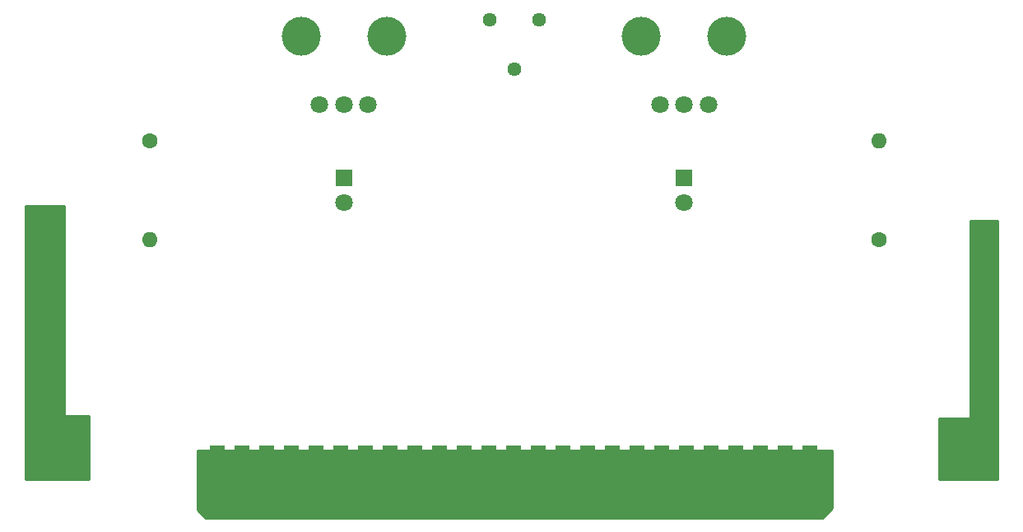
<source format=gbr>
G04 #@! TF.GenerationSoftware,KiCad,Pcbnew,(5.1.7)-1*
G04 #@! TF.CreationDate,2022-04-09T18:00:20-05:00*
G04 #@! TF.ProjectId,ConsolePedalFuzzSMT,436f6e73-6f6c-4655-9065-64616c46757a,rev?*
G04 #@! TF.SameCoordinates,Original*
G04 #@! TF.FileFunction,Soldermask,Bot*
G04 #@! TF.FilePolarity,Negative*
%FSLAX46Y46*%
G04 Gerber Fmt 4.6, Leading zero omitted, Abs format (unit mm)*
G04 Created by KiCad (PCBNEW (5.1.7)-1) date 2022-04-09 18:00:20*
%MOMM*%
%LPD*%
G01*
G04 APERTURE LIST*
%ADD10R,1.800000X1.800000*%
%ADD11C,1.800000*%
%ADD12C,5.000000*%
%ADD13C,4.000000*%
%ADD14C,1.600000*%
%ADD15O,1.600000X1.600000*%
%ADD16C,1.440000*%
%ADD17R,1.500000X7.000000*%
%ADD18C,0.254000*%
%ADD19C,0.100000*%
G04 APERTURE END LIST*
D10*
G04 #@! TO.C,D1*
X115250000Y-95000000D03*
D11*
X115250000Y-97540000D03*
G04 #@! TD*
G04 #@! TO.C,D2*
X150250000Y-97540000D03*
D10*
X150250000Y-95000000D03*
G04 #@! TD*
D12*
G04 #@! TO.C,H1*
X85350000Y-122600000D03*
G04 #@! TD*
G04 #@! TO.C,H2*
X180150000Y-122600000D03*
G04 #@! TD*
D13*
G04 #@! TO.C,RV1*
X154650000Y-80500000D03*
X145850000Y-80500000D03*
D11*
X152750000Y-87500000D03*
X150250000Y-87500000D03*
X147750000Y-87500000D03*
G04 #@! TD*
G04 #@! TO.C,RV2*
X112750000Y-87500000D03*
X115250000Y-87500000D03*
X117750000Y-87500000D03*
D13*
X110850000Y-80500000D03*
X119650000Y-80500000D03*
G04 #@! TD*
D14*
G04 #@! TO.C,R3*
X170250000Y-101350000D03*
D15*
X170250000Y-91190000D03*
G04 #@! TD*
D16*
G04 #@! TO.C,RV3*
X135330000Y-78740000D03*
X132790000Y-83820000D03*
X130250000Y-78740000D03*
G04 #@! TD*
D17*
G04 #@! TO.C,J1*
X163195000Y-126000000D03*
X160655000Y-126000000D03*
X158115000Y-126000000D03*
X155575000Y-126000000D03*
X153035000Y-126000000D03*
X150495000Y-126000000D03*
X147955000Y-126000000D03*
X145415000Y-126000000D03*
X142875000Y-126000000D03*
X140335000Y-126000000D03*
X137795000Y-126000000D03*
X135255000Y-126000000D03*
X132715000Y-126000000D03*
X130175000Y-126000000D03*
X127635000Y-126000000D03*
X125095000Y-126000000D03*
X122555000Y-126000000D03*
X120015000Y-126000000D03*
X117475000Y-126000000D03*
X114935000Y-126000000D03*
X112395000Y-126000000D03*
X109855000Y-126000000D03*
X107315000Y-126000000D03*
X104775000Y-126000000D03*
X102235000Y-126000000D03*
G04 #@! TD*
D14*
G04 #@! TO.C,R5*
X95250000Y-91190000D03*
D15*
X95250000Y-101350000D03*
G04 #@! TD*
D18*
X165480000Y-129000000D02*
X164480000Y-130000000D01*
X101020000Y-130000000D01*
X100203000Y-129183000D01*
X100203000Y-123063000D01*
X165480000Y-123063000D01*
X165480000Y-129000000D01*
D19*
G36*
X165480000Y-129000000D02*
G01*
X164480000Y-130000000D01*
X101020000Y-130000000D01*
X100203000Y-129183000D01*
X100203000Y-123063000D01*
X165480000Y-123063000D01*
X165480000Y-129000000D01*
G37*
D18*
X86487000Y-119380000D02*
X86489440Y-119404776D01*
X86496667Y-119428601D01*
X86508403Y-119450557D01*
X86524197Y-119469803D01*
X86543443Y-119485597D01*
X86565399Y-119497333D01*
X86589224Y-119504560D01*
X86614000Y-119507000D01*
X89000000Y-119507000D01*
X89000000Y-126000000D01*
X82500000Y-126000000D01*
X82500000Y-97917000D01*
X86487000Y-97917000D01*
X86487000Y-119380000D01*
D19*
G36*
X86487000Y-119380000D02*
G01*
X86489440Y-119404776D01*
X86496667Y-119428601D01*
X86508403Y-119450557D01*
X86524197Y-119469803D01*
X86543443Y-119485597D01*
X86565399Y-119497333D01*
X86589224Y-119504560D01*
X86614000Y-119507000D01*
X89000000Y-119507000D01*
X89000000Y-126000000D01*
X82500000Y-126000000D01*
X82500000Y-97917000D01*
X86487000Y-97917000D01*
X86487000Y-119380000D01*
G37*
D18*
X182499000Y-126000000D02*
X176500000Y-126000000D01*
X176500000Y-119761000D01*
X179578000Y-119761000D01*
X179602776Y-119758560D01*
X179626601Y-119751333D01*
X179648557Y-119739597D01*
X179667803Y-119723803D01*
X179683597Y-119704557D01*
X179695333Y-119682601D01*
X179702560Y-119658776D01*
X179705000Y-119634000D01*
X179705000Y-99441000D01*
X182499000Y-99441000D01*
X182499000Y-126000000D01*
D19*
G36*
X182499000Y-126000000D02*
G01*
X176500000Y-126000000D01*
X176500000Y-119761000D01*
X179578000Y-119761000D01*
X179602776Y-119758560D01*
X179626601Y-119751333D01*
X179648557Y-119739597D01*
X179667803Y-119723803D01*
X179683597Y-119704557D01*
X179695333Y-119682601D01*
X179702560Y-119658776D01*
X179705000Y-119634000D01*
X179705000Y-99441000D01*
X182499000Y-99441000D01*
X182499000Y-126000000D01*
G37*
M02*

</source>
